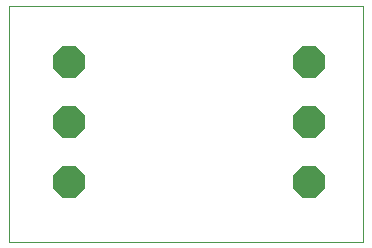
<source format=gbs>
G75*
%MOIN*%
%OFA0B0*%
%FSLAX25Y25*%
%IPPOS*%
%LPD*%
%AMOC8*
5,1,8,0,0,1.08239X$1,22.5*
%
%ADD10C,0.00000*%
%ADD11OC8,0.10400*%
D10*
X0012727Y0002200D02*
X0012727Y0080940D01*
X0130837Y0080940D01*
X0130837Y0002200D01*
X0012727Y0002200D01*
D11*
X0032727Y0022200D03*
X0032727Y0042200D03*
X0032727Y0062200D03*
X0112727Y0062200D03*
X0112727Y0042200D03*
X0112727Y0022200D03*
M02*

</source>
